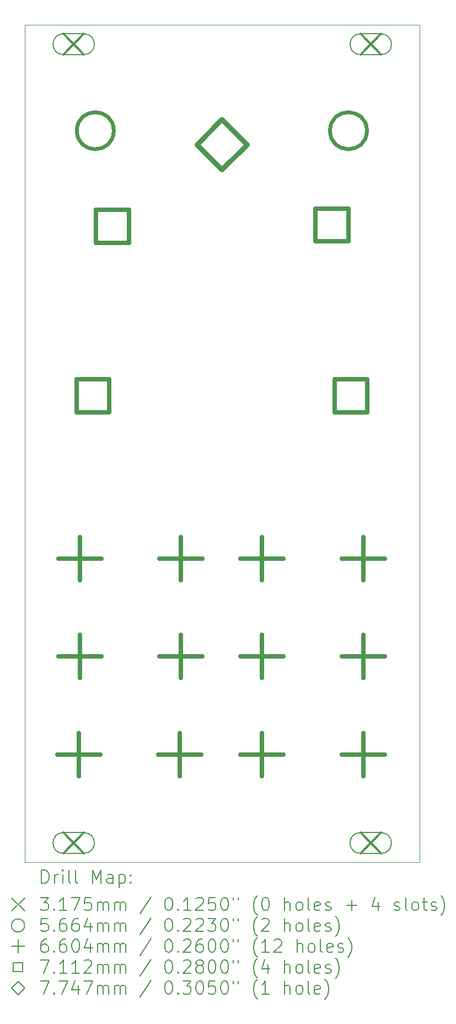
<source format=gbr>
%TF.GenerationSoftware,KiCad,Pcbnew,7.0.6-0*%
%TF.CreationDate,2024-04-10T15:20:05-07:00*%
%TF.ProjectId,Sampler-built,53616d70-6c65-4722-9d62-75696c742e6b,rev?*%
%TF.SameCoordinates,PXb71b00PY73f50f0*%
%TF.FileFunction,Drillmap*%
%TF.FilePolarity,Positive*%
%FSLAX45Y45*%
G04 Gerber Fmt 4.5, Leading zero omitted, Abs format (unit mm)*
G04 Created by KiCad (PCBNEW 7.0.6-0) date 2024-04-10 15:20:05*
%MOMM*%
%LPD*%
G01*
G04 APERTURE LIST*
%ADD10C,0.100000*%
%ADD11C,0.200000*%
%ADD12C,0.317500*%
%ADD13C,0.566420*%
%ADD14C,0.660400*%
%ADD15C,0.711200*%
%ADD16C,0.774700*%
G04 APERTURE END LIST*
D10*
X18422500Y11491000D02*
X18422500Y-1359000D01*
X12362500Y11491000D02*
X12362500Y-1359000D01*
X12362500Y11491000D02*
X18422500Y11491000D01*
X12362500Y-1359000D02*
X18422500Y-1359000D01*
D11*
D12*
X12953050Y11350030D02*
X13270550Y11032530D01*
X13270550Y11350030D02*
X12953050Y11032530D01*
D11*
X12953050Y11032530D02*
X13270550Y11032530D01*
X13270550Y11032530D02*
G75*
G03*
X13270550Y11350030I0J158750D01*
G01*
X13270550Y11350030D02*
X12953050Y11350030D01*
X12953050Y11350030D02*
G75*
G03*
X12953050Y11032530I0J-158750D01*
G01*
D12*
X12953050Y-900530D02*
X13270550Y-1218030D01*
X13270550Y-900530D02*
X12953050Y-1218030D01*
D11*
X12953050Y-1218030D02*
X13270550Y-1218030D01*
X13270550Y-1218030D02*
G75*
G03*
X13270550Y-900530I0J158750D01*
G01*
X13270550Y-900530D02*
X12953050Y-900530D01*
X12953050Y-900530D02*
G75*
G03*
X12953050Y-1218030I0J-158750D01*
G01*
D12*
X17514450Y11350030D02*
X17831950Y11032530D01*
X17831950Y11350030D02*
X17514450Y11032530D01*
D11*
X17514450Y11032530D02*
X17831950Y11032530D01*
X17831950Y11032530D02*
G75*
G03*
X17831950Y11350030I0J158750D01*
G01*
X17831950Y11350030D02*
X17514450Y11350030D01*
X17514450Y11350030D02*
G75*
G03*
X17514450Y11032530I0J-158750D01*
G01*
D12*
X17514450Y-900530D02*
X17831950Y-1218030D01*
X17831950Y-900530D02*
X17514450Y-1218030D01*
D11*
X17514450Y-1218030D02*
X17831950Y-1218030D01*
X17831950Y-1218030D02*
G75*
G03*
X17831950Y-900530I0J158750D01*
G01*
X17831950Y-900530D02*
X17514450Y-900530D01*
X17514450Y-900530D02*
G75*
G03*
X17514450Y-1218030I0J-158750D01*
G01*
D13*
X13727345Y9864992D02*
G75*
G03*
X13727345Y9864992I-283210J0D01*
G01*
X17614545Y9864992D02*
G75*
G03*
X17614545Y9864992I-283210J0D01*
G01*
D14*
X13189915Y625636D02*
X13189915Y-34764D01*
X12859715Y295436D02*
X13520115Y295436D01*
X13206335Y3630192D02*
X13206335Y2969792D01*
X12876135Y3299992D02*
X13536535Y3299992D01*
X13206335Y2130192D02*
X13206335Y1469792D01*
X12876135Y1799992D02*
X13536535Y1799992D01*
X14739915Y625636D02*
X14739915Y-34764D01*
X14409715Y295436D02*
X15070115Y295436D01*
X14756335Y3630192D02*
X14756335Y2969792D01*
X14426135Y3299992D02*
X15086535Y3299992D01*
X14756335Y2130192D02*
X14756335Y1469792D01*
X14426135Y1799992D02*
X15086535Y1799992D01*
X16006335Y3630192D02*
X16006335Y2969792D01*
X15676135Y3299992D02*
X16336535Y3299992D01*
X16006335Y2130192D02*
X16006335Y1469792D01*
X15676135Y1799992D02*
X16336535Y1799992D01*
X16006335Y630192D02*
X16006335Y-30208D01*
X15676135Y299992D02*
X16336535Y299992D01*
X17559135Y3630192D02*
X17559135Y2969792D01*
X17228935Y3299992D02*
X17889335Y3299992D01*
X17559135Y2130192D02*
X17559135Y1469792D01*
X17228935Y1799992D02*
X17889335Y1799992D01*
X17559135Y630192D02*
X17559135Y-30208D01*
X17228935Y299992D02*
X17889335Y299992D01*
D15*
X13657785Y5548543D02*
X13657785Y6051442D01*
X13154886Y6051442D01*
X13154886Y5548543D01*
X13657785Y5548543D01*
X13957785Y8148543D02*
X13957785Y8651442D01*
X13454886Y8651442D01*
X13454886Y8148543D01*
X13957785Y8148543D01*
X17327450Y8166550D02*
X17327450Y8669450D01*
X16824550Y8669450D01*
X16824550Y8166550D01*
X17327450Y8166550D01*
X17620585Y5548543D02*
X17620585Y6051442D01*
X17117686Y6051442D01*
X17117686Y5548543D01*
X17620585Y5548543D01*
D16*
X15387335Y9267642D02*
X15774685Y9654992D01*
X15387335Y10042342D01*
X14999985Y9654992D01*
X15387335Y9267642D01*
D11*
X12618277Y-1675484D02*
X12618277Y-1475484D01*
X12618277Y-1475484D02*
X12665896Y-1475484D01*
X12665896Y-1475484D02*
X12694467Y-1485008D01*
X12694467Y-1485008D02*
X12713515Y-1504055D01*
X12713515Y-1504055D02*
X12723039Y-1523103D01*
X12723039Y-1523103D02*
X12732562Y-1561198D01*
X12732562Y-1561198D02*
X12732562Y-1589769D01*
X12732562Y-1589769D02*
X12723039Y-1627865D01*
X12723039Y-1627865D02*
X12713515Y-1646912D01*
X12713515Y-1646912D02*
X12694467Y-1665960D01*
X12694467Y-1665960D02*
X12665896Y-1675484D01*
X12665896Y-1675484D02*
X12618277Y-1675484D01*
X12818277Y-1675484D02*
X12818277Y-1542150D01*
X12818277Y-1580246D02*
X12827801Y-1561198D01*
X12827801Y-1561198D02*
X12837324Y-1551674D01*
X12837324Y-1551674D02*
X12856372Y-1542150D01*
X12856372Y-1542150D02*
X12875420Y-1542150D01*
X12942086Y-1675484D02*
X12942086Y-1542150D01*
X12942086Y-1475484D02*
X12932562Y-1485008D01*
X12932562Y-1485008D02*
X12942086Y-1494531D01*
X12942086Y-1494531D02*
X12951610Y-1485008D01*
X12951610Y-1485008D02*
X12942086Y-1475484D01*
X12942086Y-1475484D02*
X12942086Y-1494531D01*
X13065896Y-1675484D02*
X13046848Y-1665960D01*
X13046848Y-1665960D02*
X13037324Y-1646912D01*
X13037324Y-1646912D02*
X13037324Y-1475484D01*
X13170658Y-1675484D02*
X13151610Y-1665960D01*
X13151610Y-1665960D02*
X13142086Y-1646912D01*
X13142086Y-1646912D02*
X13142086Y-1475484D01*
X13399229Y-1675484D02*
X13399229Y-1475484D01*
X13399229Y-1475484D02*
X13465896Y-1618341D01*
X13465896Y-1618341D02*
X13532562Y-1475484D01*
X13532562Y-1475484D02*
X13532562Y-1675484D01*
X13713515Y-1675484D02*
X13713515Y-1570722D01*
X13713515Y-1570722D02*
X13703991Y-1551674D01*
X13703991Y-1551674D02*
X13684943Y-1542150D01*
X13684943Y-1542150D02*
X13646848Y-1542150D01*
X13646848Y-1542150D02*
X13627801Y-1551674D01*
X13713515Y-1665960D02*
X13694467Y-1675484D01*
X13694467Y-1675484D02*
X13646848Y-1675484D01*
X13646848Y-1675484D02*
X13627801Y-1665960D01*
X13627801Y-1665960D02*
X13618277Y-1646912D01*
X13618277Y-1646912D02*
X13618277Y-1627865D01*
X13618277Y-1627865D02*
X13627801Y-1608817D01*
X13627801Y-1608817D02*
X13646848Y-1599293D01*
X13646848Y-1599293D02*
X13694467Y-1599293D01*
X13694467Y-1599293D02*
X13713515Y-1589769D01*
X13808753Y-1542150D02*
X13808753Y-1742150D01*
X13808753Y-1551674D02*
X13827801Y-1542150D01*
X13827801Y-1542150D02*
X13865896Y-1542150D01*
X13865896Y-1542150D02*
X13884943Y-1551674D01*
X13884943Y-1551674D02*
X13894467Y-1561198D01*
X13894467Y-1561198D02*
X13903991Y-1580246D01*
X13903991Y-1580246D02*
X13903991Y-1637388D01*
X13903991Y-1637388D02*
X13894467Y-1656436D01*
X13894467Y-1656436D02*
X13884943Y-1665960D01*
X13884943Y-1665960D02*
X13865896Y-1675484D01*
X13865896Y-1675484D02*
X13827801Y-1675484D01*
X13827801Y-1675484D02*
X13808753Y-1665960D01*
X13989705Y-1656436D02*
X13999229Y-1665960D01*
X13999229Y-1665960D02*
X13989705Y-1675484D01*
X13989705Y-1675484D02*
X13980182Y-1665960D01*
X13980182Y-1665960D02*
X13989705Y-1656436D01*
X13989705Y-1656436D02*
X13989705Y-1675484D01*
X13989705Y-1551674D02*
X13999229Y-1561198D01*
X13999229Y-1561198D02*
X13989705Y-1570722D01*
X13989705Y-1570722D02*
X13980182Y-1561198D01*
X13980182Y-1561198D02*
X13989705Y-1551674D01*
X13989705Y-1551674D02*
X13989705Y-1570722D01*
X12157500Y-1904000D02*
X12357500Y-2104000D01*
X12357500Y-1904000D02*
X12157500Y-2104000D01*
X12599229Y-1895484D02*
X12723039Y-1895484D01*
X12723039Y-1895484D02*
X12656372Y-1971674D01*
X12656372Y-1971674D02*
X12684943Y-1971674D01*
X12684943Y-1971674D02*
X12703991Y-1981198D01*
X12703991Y-1981198D02*
X12713515Y-1990722D01*
X12713515Y-1990722D02*
X12723039Y-2009769D01*
X12723039Y-2009769D02*
X12723039Y-2057388D01*
X12723039Y-2057388D02*
X12713515Y-2076436D01*
X12713515Y-2076436D02*
X12703991Y-2085960D01*
X12703991Y-2085960D02*
X12684943Y-2095484D01*
X12684943Y-2095484D02*
X12627801Y-2095484D01*
X12627801Y-2095484D02*
X12608753Y-2085960D01*
X12608753Y-2085960D02*
X12599229Y-2076436D01*
X12808753Y-2076436D02*
X12818277Y-2085960D01*
X12818277Y-2085960D02*
X12808753Y-2095484D01*
X12808753Y-2095484D02*
X12799229Y-2085960D01*
X12799229Y-2085960D02*
X12808753Y-2076436D01*
X12808753Y-2076436D02*
X12808753Y-2095484D01*
X13008753Y-2095484D02*
X12894467Y-2095484D01*
X12951610Y-2095484D02*
X12951610Y-1895484D01*
X12951610Y-1895484D02*
X12932562Y-1924055D01*
X12932562Y-1924055D02*
X12913515Y-1943103D01*
X12913515Y-1943103D02*
X12894467Y-1952627D01*
X13075420Y-1895484D02*
X13208753Y-1895484D01*
X13208753Y-1895484D02*
X13123039Y-2095484D01*
X13380182Y-1895484D02*
X13284943Y-1895484D01*
X13284943Y-1895484D02*
X13275420Y-1990722D01*
X13275420Y-1990722D02*
X13284943Y-1981198D01*
X13284943Y-1981198D02*
X13303991Y-1971674D01*
X13303991Y-1971674D02*
X13351610Y-1971674D01*
X13351610Y-1971674D02*
X13370658Y-1981198D01*
X13370658Y-1981198D02*
X13380182Y-1990722D01*
X13380182Y-1990722D02*
X13389705Y-2009769D01*
X13389705Y-2009769D02*
X13389705Y-2057388D01*
X13389705Y-2057388D02*
X13380182Y-2076436D01*
X13380182Y-2076436D02*
X13370658Y-2085960D01*
X13370658Y-2085960D02*
X13351610Y-2095484D01*
X13351610Y-2095484D02*
X13303991Y-2095484D01*
X13303991Y-2095484D02*
X13284943Y-2085960D01*
X13284943Y-2085960D02*
X13275420Y-2076436D01*
X13475420Y-2095484D02*
X13475420Y-1962150D01*
X13475420Y-1981198D02*
X13484943Y-1971674D01*
X13484943Y-1971674D02*
X13503991Y-1962150D01*
X13503991Y-1962150D02*
X13532563Y-1962150D01*
X13532563Y-1962150D02*
X13551610Y-1971674D01*
X13551610Y-1971674D02*
X13561134Y-1990722D01*
X13561134Y-1990722D02*
X13561134Y-2095484D01*
X13561134Y-1990722D02*
X13570658Y-1971674D01*
X13570658Y-1971674D02*
X13589705Y-1962150D01*
X13589705Y-1962150D02*
X13618277Y-1962150D01*
X13618277Y-1962150D02*
X13637324Y-1971674D01*
X13637324Y-1971674D02*
X13646848Y-1990722D01*
X13646848Y-1990722D02*
X13646848Y-2095484D01*
X13742086Y-2095484D02*
X13742086Y-1962150D01*
X13742086Y-1981198D02*
X13751610Y-1971674D01*
X13751610Y-1971674D02*
X13770658Y-1962150D01*
X13770658Y-1962150D02*
X13799229Y-1962150D01*
X13799229Y-1962150D02*
X13818277Y-1971674D01*
X13818277Y-1971674D02*
X13827801Y-1990722D01*
X13827801Y-1990722D02*
X13827801Y-2095484D01*
X13827801Y-1990722D02*
X13837324Y-1971674D01*
X13837324Y-1971674D02*
X13856372Y-1962150D01*
X13856372Y-1962150D02*
X13884943Y-1962150D01*
X13884943Y-1962150D02*
X13903991Y-1971674D01*
X13903991Y-1971674D02*
X13913515Y-1990722D01*
X13913515Y-1990722D02*
X13913515Y-2095484D01*
X14303991Y-1885960D02*
X14132563Y-2143103D01*
X14561134Y-1895484D02*
X14580182Y-1895484D01*
X14580182Y-1895484D02*
X14599229Y-1905008D01*
X14599229Y-1905008D02*
X14608753Y-1914531D01*
X14608753Y-1914531D02*
X14618277Y-1933579D01*
X14618277Y-1933579D02*
X14627801Y-1971674D01*
X14627801Y-1971674D02*
X14627801Y-2019293D01*
X14627801Y-2019293D02*
X14618277Y-2057388D01*
X14618277Y-2057388D02*
X14608753Y-2076436D01*
X14608753Y-2076436D02*
X14599229Y-2085960D01*
X14599229Y-2085960D02*
X14580182Y-2095484D01*
X14580182Y-2095484D02*
X14561134Y-2095484D01*
X14561134Y-2095484D02*
X14542086Y-2085960D01*
X14542086Y-2085960D02*
X14532563Y-2076436D01*
X14532563Y-2076436D02*
X14523039Y-2057388D01*
X14523039Y-2057388D02*
X14513515Y-2019293D01*
X14513515Y-2019293D02*
X14513515Y-1971674D01*
X14513515Y-1971674D02*
X14523039Y-1933579D01*
X14523039Y-1933579D02*
X14532563Y-1914531D01*
X14532563Y-1914531D02*
X14542086Y-1905008D01*
X14542086Y-1905008D02*
X14561134Y-1895484D01*
X14713515Y-2076436D02*
X14723039Y-2085960D01*
X14723039Y-2085960D02*
X14713515Y-2095484D01*
X14713515Y-2095484D02*
X14703991Y-2085960D01*
X14703991Y-2085960D02*
X14713515Y-2076436D01*
X14713515Y-2076436D02*
X14713515Y-2095484D01*
X14913515Y-2095484D02*
X14799229Y-2095484D01*
X14856372Y-2095484D02*
X14856372Y-1895484D01*
X14856372Y-1895484D02*
X14837325Y-1924055D01*
X14837325Y-1924055D02*
X14818277Y-1943103D01*
X14818277Y-1943103D02*
X14799229Y-1952627D01*
X14989706Y-1914531D02*
X14999229Y-1905008D01*
X14999229Y-1905008D02*
X15018277Y-1895484D01*
X15018277Y-1895484D02*
X15065896Y-1895484D01*
X15065896Y-1895484D02*
X15084944Y-1905008D01*
X15084944Y-1905008D02*
X15094467Y-1914531D01*
X15094467Y-1914531D02*
X15103991Y-1933579D01*
X15103991Y-1933579D02*
X15103991Y-1952627D01*
X15103991Y-1952627D02*
X15094467Y-1981198D01*
X15094467Y-1981198D02*
X14980182Y-2095484D01*
X14980182Y-2095484D02*
X15103991Y-2095484D01*
X15284944Y-1895484D02*
X15189706Y-1895484D01*
X15189706Y-1895484D02*
X15180182Y-1990722D01*
X15180182Y-1990722D02*
X15189706Y-1981198D01*
X15189706Y-1981198D02*
X15208753Y-1971674D01*
X15208753Y-1971674D02*
X15256372Y-1971674D01*
X15256372Y-1971674D02*
X15275420Y-1981198D01*
X15275420Y-1981198D02*
X15284944Y-1990722D01*
X15284944Y-1990722D02*
X15294467Y-2009769D01*
X15294467Y-2009769D02*
X15294467Y-2057388D01*
X15294467Y-2057388D02*
X15284944Y-2076436D01*
X15284944Y-2076436D02*
X15275420Y-2085960D01*
X15275420Y-2085960D02*
X15256372Y-2095484D01*
X15256372Y-2095484D02*
X15208753Y-2095484D01*
X15208753Y-2095484D02*
X15189706Y-2085960D01*
X15189706Y-2085960D02*
X15180182Y-2076436D01*
X15418277Y-1895484D02*
X15437325Y-1895484D01*
X15437325Y-1895484D02*
X15456372Y-1905008D01*
X15456372Y-1905008D02*
X15465896Y-1914531D01*
X15465896Y-1914531D02*
X15475420Y-1933579D01*
X15475420Y-1933579D02*
X15484944Y-1971674D01*
X15484944Y-1971674D02*
X15484944Y-2019293D01*
X15484944Y-2019293D02*
X15475420Y-2057388D01*
X15475420Y-2057388D02*
X15465896Y-2076436D01*
X15465896Y-2076436D02*
X15456372Y-2085960D01*
X15456372Y-2085960D02*
X15437325Y-2095484D01*
X15437325Y-2095484D02*
X15418277Y-2095484D01*
X15418277Y-2095484D02*
X15399229Y-2085960D01*
X15399229Y-2085960D02*
X15389706Y-2076436D01*
X15389706Y-2076436D02*
X15380182Y-2057388D01*
X15380182Y-2057388D02*
X15370658Y-2019293D01*
X15370658Y-2019293D02*
X15370658Y-1971674D01*
X15370658Y-1971674D02*
X15380182Y-1933579D01*
X15380182Y-1933579D02*
X15389706Y-1914531D01*
X15389706Y-1914531D02*
X15399229Y-1905008D01*
X15399229Y-1905008D02*
X15418277Y-1895484D01*
X15561134Y-1895484D02*
X15561134Y-1933579D01*
X15637325Y-1895484D02*
X15637325Y-1933579D01*
X15932563Y-2171674D02*
X15923039Y-2162150D01*
X15923039Y-2162150D02*
X15903991Y-2133579D01*
X15903991Y-2133579D02*
X15894468Y-2114531D01*
X15894468Y-2114531D02*
X15884944Y-2085960D01*
X15884944Y-2085960D02*
X15875420Y-2038341D01*
X15875420Y-2038341D02*
X15875420Y-2000246D01*
X15875420Y-2000246D02*
X15884944Y-1952627D01*
X15884944Y-1952627D02*
X15894468Y-1924055D01*
X15894468Y-1924055D02*
X15903991Y-1905008D01*
X15903991Y-1905008D02*
X15923039Y-1876436D01*
X15923039Y-1876436D02*
X15932563Y-1866912D01*
X16046848Y-1895484D02*
X16065896Y-1895484D01*
X16065896Y-1895484D02*
X16084944Y-1905008D01*
X16084944Y-1905008D02*
X16094468Y-1914531D01*
X16094468Y-1914531D02*
X16103991Y-1933579D01*
X16103991Y-1933579D02*
X16113515Y-1971674D01*
X16113515Y-1971674D02*
X16113515Y-2019293D01*
X16113515Y-2019293D02*
X16103991Y-2057388D01*
X16103991Y-2057388D02*
X16094468Y-2076436D01*
X16094468Y-2076436D02*
X16084944Y-2085960D01*
X16084944Y-2085960D02*
X16065896Y-2095484D01*
X16065896Y-2095484D02*
X16046848Y-2095484D01*
X16046848Y-2095484D02*
X16027801Y-2085960D01*
X16027801Y-2085960D02*
X16018277Y-2076436D01*
X16018277Y-2076436D02*
X16008753Y-2057388D01*
X16008753Y-2057388D02*
X15999229Y-2019293D01*
X15999229Y-2019293D02*
X15999229Y-1971674D01*
X15999229Y-1971674D02*
X16008753Y-1933579D01*
X16008753Y-1933579D02*
X16018277Y-1914531D01*
X16018277Y-1914531D02*
X16027801Y-1905008D01*
X16027801Y-1905008D02*
X16046848Y-1895484D01*
X16351610Y-2095484D02*
X16351610Y-1895484D01*
X16437325Y-2095484D02*
X16437325Y-1990722D01*
X16437325Y-1990722D02*
X16427801Y-1971674D01*
X16427801Y-1971674D02*
X16408753Y-1962150D01*
X16408753Y-1962150D02*
X16380182Y-1962150D01*
X16380182Y-1962150D02*
X16361134Y-1971674D01*
X16361134Y-1971674D02*
X16351610Y-1981198D01*
X16561134Y-2095484D02*
X16542087Y-2085960D01*
X16542087Y-2085960D02*
X16532563Y-2076436D01*
X16532563Y-2076436D02*
X16523039Y-2057388D01*
X16523039Y-2057388D02*
X16523039Y-2000246D01*
X16523039Y-2000246D02*
X16532563Y-1981198D01*
X16532563Y-1981198D02*
X16542087Y-1971674D01*
X16542087Y-1971674D02*
X16561134Y-1962150D01*
X16561134Y-1962150D02*
X16589706Y-1962150D01*
X16589706Y-1962150D02*
X16608753Y-1971674D01*
X16608753Y-1971674D02*
X16618277Y-1981198D01*
X16618277Y-1981198D02*
X16627801Y-2000246D01*
X16627801Y-2000246D02*
X16627801Y-2057388D01*
X16627801Y-2057388D02*
X16618277Y-2076436D01*
X16618277Y-2076436D02*
X16608753Y-2085960D01*
X16608753Y-2085960D02*
X16589706Y-2095484D01*
X16589706Y-2095484D02*
X16561134Y-2095484D01*
X16742087Y-2095484D02*
X16723039Y-2085960D01*
X16723039Y-2085960D02*
X16713515Y-2066912D01*
X16713515Y-2066912D02*
X16713515Y-1895484D01*
X16894468Y-2085960D02*
X16875420Y-2095484D01*
X16875420Y-2095484D02*
X16837325Y-2095484D01*
X16837325Y-2095484D02*
X16818277Y-2085960D01*
X16818277Y-2085960D02*
X16808753Y-2066912D01*
X16808753Y-2066912D02*
X16808753Y-1990722D01*
X16808753Y-1990722D02*
X16818277Y-1971674D01*
X16818277Y-1971674D02*
X16837325Y-1962150D01*
X16837325Y-1962150D02*
X16875420Y-1962150D01*
X16875420Y-1962150D02*
X16894468Y-1971674D01*
X16894468Y-1971674D02*
X16903992Y-1990722D01*
X16903992Y-1990722D02*
X16903992Y-2009769D01*
X16903992Y-2009769D02*
X16808753Y-2028817D01*
X16980182Y-2085960D02*
X16999230Y-2095484D01*
X16999230Y-2095484D02*
X17037325Y-2095484D01*
X17037325Y-2095484D02*
X17056373Y-2085960D01*
X17056373Y-2085960D02*
X17065896Y-2066912D01*
X17065896Y-2066912D02*
X17065896Y-2057388D01*
X17065896Y-2057388D02*
X17056373Y-2038341D01*
X17056373Y-2038341D02*
X17037325Y-2028817D01*
X17037325Y-2028817D02*
X17008753Y-2028817D01*
X17008753Y-2028817D02*
X16989706Y-2019293D01*
X16989706Y-2019293D02*
X16980182Y-2000246D01*
X16980182Y-2000246D02*
X16980182Y-1990722D01*
X16980182Y-1990722D02*
X16989706Y-1971674D01*
X16989706Y-1971674D02*
X17008753Y-1962150D01*
X17008753Y-1962150D02*
X17037325Y-1962150D01*
X17037325Y-1962150D02*
X17056373Y-1971674D01*
X17303992Y-2019293D02*
X17456373Y-2019293D01*
X17380182Y-2095484D02*
X17380182Y-1943103D01*
X17789706Y-1962150D02*
X17789706Y-2095484D01*
X17742087Y-1885960D02*
X17694468Y-2028817D01*
X17694468Y-2028817D02*
X17818277Y-2028817D01*
X18037325Y-2085960D02*
X18056373Y-2095484D01*
X18056373Y-2095484D02*
X18094468Y-2095484D01*
X18094468Y-2095484D02*
X18113516Y-2085960D01*
X18113516Y-2085960D02*
X18123039Y-2066912D01*
X18123039Y-2066912D02*
X18123039Y-2057388D01*
X18123039Y-2057388D02*
X18113516Y-2038341D01*
X18113516Y-2038341D02*
X18094468Y-2028817D01*
X18094468Y-2028817D02*
X18065896Y-2028817D01*
X18065896Y-2028817D02*
X18046849Y-2019293D01*
X18046849Y-2019293D02*
X18037325Y-2000246D01*
X18037325Y-2000246D02*
X18037325Y-1990722D01*
X18037325Y-1990722D02*
X18046849Y-1971674D01*
X18046849Y-1971674D02*
X18065896Y-1962150D01*
X18065896Y-1962150D02*
X18094468Y-1962150D01*
X18094468Y-1962150D02*
X18113516Y-1971674D01*
X18237325Y-2095484D02*
X18218277Y-2085960D01*
X18218277Y-2085960D02*
X18208754Y-2066912D01*
X18208754Y-2066912D02*
X18208754Y-1895484D01*
X18342087Y-2095484D02*
X18323039Y-2085960D01*
X18323039Y-2085960D02*
X18313516Y-2076436D01*
X18313516Y-2076436D02*
X18303992Y-2057388D01*
X18303992Y-2057388D02*
X18303992Y-2000246D01*
X18303992Y-2000246D02*
X18313516Y-1981198D01*
X18313516Y-1981198D02*
X18323039Y-1971674D01*
X18323039Y-1971674D02*
X18342087Y-1962150D01*
X18342087Y-1962150D02*
X18370658Y-1962150D01*
X18370658Y-1962150D02*
X18389706Y-1971674D01*
X18389706Y-1971674D02*
X18399230Y-1981198D01*
X18399230Y-1981198D02*
X18408754Y-2000246D01*
X18408754Y-2000246D02*
X18408754Y-2057388D01*
X18408754Y-2057388D02*
X18399230Y-2076436D01*
X18399230Y-2076436D02*
X18389706Y-2085960D01*
X18389706Y-2085960D02*
X18370658Y-2095484D01*
X18370658Y-2095484D02*
X18342087Y-2095484D01*
X18465897Y-1962150D02*
X18542087Y-1962150D01*
X18494468Y-1895484D02*
X18494468Y-2066912D01*
X18494468Y-2066912D02*
X18503992Y-2085960D01*
X18503992Y-2085960D02*
X18523039Y-2095484D01*
X18523039Y-2095484D02*
X18542087Y-2095484D01*
X18599230Y-2085960D02*
X18618277Y-2095484D01*
X18618277Y-2095484D02*
X18656373Y-2095484D01*
X18656373Y-2095484D02*
X18675420Y-2085960D01*
X18675420Y-2085960D02*
X18684944Y-2066912D01*
X18684944Y-2066912D02*
X18684944Y-2057388D01*
X18684944Y-2057388D02*
X18675420Y-2038341D01*
X18675420Y-2038341D02*
X18656373Y-2028817D01*
X18656373Y-2028817D02*
X18627801Y-2028817D01*
X18627801Y-2028817D02*
X18608754Y-2019293D01*
X18608754Y-2019293D02*
X18599230Y-2000246D01*
X18599230Y-2000246D02*
X18599230Y-1990722D01*
X18599230Y-1990722D02*
X18608754Y-1971674D01*
X18608754Y-1971674D02*
X18627801Y-1962150D01*
X18627801Y-1962150D02*
X18656373Y-1962150D01*
X18656373Y-1962150D02*
X18675420Y-1971674D01*
X18751611Y-2171674D02*
X18761135Y-2162150D01*
X18761135Y-2162150D02*
X18780182Y-2133579D01*
X18780182Y-2133579D02*
X18789706Y-2114531D01*
X18789706Y-2114531D02*
X18799230Y-2085960D01*
X18799230Y-2085960D02*
X18808754Y-2038341D01*
X18808754Y-2038341D02*
X18808754Y-2000246D01*
X18808754Y-2000246D02*
X18799230Y-1952627D01*
X18799230Y-1952627D02*
X18789706Y-1924055D01*
X18789706Y-1924055D02*
X18780182Y-1905008D01*
X18780182Y-1905008D02*
X18761135Y-1876436D01*
X18761135Y-1876436D02*
X18751611Y-1866912D01*
X12357500Y-2324000D02*
G75*
G03*
X12357500Y-2324000I-100000J0D01*
G01*
X12713515Y-2215484D02*
X12618277Y-2215484D01*
X12618277Y-2215484D02*
X12608753Y-2310722D01*
X12608753Y-2310722D02*
X12618277Y-2301198D01*
X12618277Y-2301198D02*
X12637324Y-2291674D01*
X12637324Y-2291674D02*
X12684943Y-2291674D01*
X12684943Y-2291674D02*
X12703991Y-2301198D01*
X12703991Y-2301198D02*
X12713515Y-2310722D01*
X12713515Y-2310722D02*
X12723039Y-2329770D01*
X12723039Y-2329770D02*
X12723039Y-2377389D01*
X12723039Y-2377389D02*
X12713515Y-2396436D01*
X12713515Y-2396436D02*
X12703991Y-2405960D01*
X12703991Y-2405960D02*
X12684943Y-2415484D01*
X12684943Y-2415484D02*
X12637324Y-2415484D01*
X12637324Y-2415484D02*
X12618277Y-2405960D01*
X12618277Y-2405960D02*
X12608753Y-2396436D01*
X12808753Y-2396436D02*
X12818277Y-2405960D01*
X12818277Y-2405960D02*
X12808753Y-2415484D01*
X12808753Y-2415484D02*
X12799229Y-2405960D01*
X12799229Y-2405960D02*
X12808753Y-2396436D01*
X12808753Y-2396436D02*
X12808753Y-2415484D01*
X12989705Y-2215484D02*
X12951610Y-2215484D01*
X12951610Y-2215484D02*
X12932562Y-2225008D01*
X12932562Y-2225008D02*
X12923039Y-2234531D01*
X12923039Y-2234531D02*
X12903991Y-2263103D01*
X12903991Y-2263103D02*
X12894467Y-2301198D01*
X12894467Y-2301198D02*
X12894467Y-2377389D01*
X12894467Y-2377389D02*
X12903991Y-2396436D01*
X12903991Y-2396436D02*
X12913515Y-2405960D01*
X12913515Y-2405960D02*
X12932562Y-2415484D01*
X12932562Y-2415484D02*
X12970658Y-2415484D01*
X12970658Y-2415484D02*
X12989705Y-2405960D01*
X12989705Y-2405960D02*
X12999229Y-2396436D01*
X12999229Y-2396436D02*
X13008753Y-2377389D01*
X13008753Y-2377389D02*
X13008753Y-2329770D01*
X13008753Y-2329770D02*
X12999229Y-2310722D01*
X12999229Y-2310722D02*
X12989705Y-2301198D01*
X12989705Y-2301198D02*
X12970658Y-2291674D01*
X12970658Y-2291674D02*
X12932562Y-2291674D01*
X12932562Y-2291674D02*
X12913515Y-2301198D01*
X12913515Y-2301198D02*
X12903991Y-2310722D01*
X12903991Y-2310722D02*
X12894467Y-2329770D01*
X13180182Y-2215484D02*
X13142086Y-2215484D01*
X13142086Y-2215484D02*
X13123039Y-2225008D01*
X13123039Y-2225008D02*
X13113515Y-2234531D01*
X13113515Y-2234531D02*
X13094467Y-2263103D01*
X13094467Y-2263103D02*
X13084943Y-2301198D01*
X13084943Y-2301198D02*
X13084943Y-2377389D01*
X13084943Y-2377389D02*
X13094467Y-2396436D01*
X13094467Y-2396436D02*
X13103991Y-2405960D01*
X13103991Y-2405960D02*
X13123039Y-2415484D01*
X13123039Y-2415484D02*
X13161134Y-2415484D01*
X13161134Y-2415484D02*
X13180182Y-2405960D01*
X13180182Y-2405960D02*
X13189705Y-2396436D01*
X13189705Y-2396436D02*
X13199229Y-2377389D01*
X13199229Y-2377389D02*
X13199229Y-2329770D01*
X13199229Y-2329770D02*
X13189705Y-2310722D01*
X13189705Y-2310722D02*
X13180182Y-2301198D01*
X13180182Y-2301198D02*
X13161134Y-2291674D01*
X13161134Y-2291674D02*
X13123039Y-2291674D01*
X13123039Y-2291674D02*
X13103991Y-2301198D01*
X13103991Y-2301198D02*
X13094467Y-2310722D01*
X13094467Y-2310722D02*
X13084943Y-2329770D01*
X13370658Y-2282150D02*
X13370658Y-2415484D01*
X13323039Y-2205960D02*
X13275420Y-2348817D01*
X13275420Y-2348817D02*
X13399229Y-2348817D01*
X13475420Y-2415484D02*
X13475420Y-2282150D01*
X13475420Y-2301198D02*
X13484943Y-2291674D01*
X13484943Y-2291674D02*
X13503991Y-2282150D01*
X13503991Y-2282150D02*
X13532563Y-2282150D01*
X13532563Y-2282150D02*
X13551610Y-2291674D01*
X13551610Y-2291674D02*
X13561134Y-2310722D01*
X13561134Y-2310722D02*
X13561134Y-2415484D01*
X13561134Y-2310722D02*
X13570658Y-2291674D01*
X13570658Y-2291674D02*
X13589705Y-2282150D01*
X13589705Y-2282150D02*
X13618277Y-2282150D01*
X13618277Y-2282150D02*
X13637324Y-2291674D01*
X13637324Y-2291674D02*
X13646848Y-2310722D01*
X13646848Y-2310722D02*
X13646848Y-2415484D01*
X13742086Y-2415484D02*
X13742086Y-2282150D01*
X13742086Y-2301198D02*
X13751610Y-2291674D01*
X13751610Y-2291674D02*
X13770658Y-2282150D01*
X13770658Y-2282150D02*
X13799229Y-2282150D01*
X13799229Y-2282150D02*
X13818277Y-2291674D01*
X13818277Y-2291674D02*
X13827801Y-2310722D01*
X13827801Y-2310722D02*
X13827801Y-2415484D01*
X13827801Y-2310722D02*
X13837324Y-2291674D01*
X13837324Y-2291674D02*
X13856372Y-2282150D01*
X13856372Y-2282150D02*
X13884943Y-2282150D01*
X13884943Y-2282150D02*
X13903991Y-2291674D01*
X13903991Y-2291674D02*
X13913515Y-2310722D01*
X13913515Y-2310722D02*
X13913515Y-2415484D01*
X14303991Y-2205960D02*
X14132563Y-2463103D01*
X14561134Y-2215484D02*
X14580182Y-2215484D01*
X14580182Y-2215484D02*
X14599229Y-2225008D01*
X14599229Y-2225008D02*
X14608753Y-2234531D01*
X14608753Y-2234531D02*
X14618277Y-2253579D01*
X14618277Y-2253579D02*
X14627801Y-2291674D01*
X14627801Y-2291674D02*
X14627801Y-2339293D01*
X14627801Y-2339293D02*
X14618277Y-2377389D01*
X14618277Y-2377389D02*
X14608753Y-2396436D01*
X14608753Y-2396436D02*
X14599229Y-2405960D01*
X14599229Y-2405960D02*
X14580182Y-2415484D01*
X14580182Y-2415484D02*
X14561134Y-2415484D01*
X14561134Y-2415484D02*
X14542086Y-2405960D01*
X14542086Y-2405960D02*
X14532563Y-2396436D01*
X14532563Y-2396436D02*
X14523039Y-2377389D01*
X14523039Y-2377389D02*
X14513515Y-2339293D01*
X14513515Y-2339293D02*
X14513515Y-2291674D01*
X14513515Y-2291674D02*
X14523039Y-2253579D01*
X14523039Y-2253579D02*
X14532563Y-2234531D01*
X14532563Y-2234531D02*
X14542086Y-2225008D01*
X14542086Y-2225008D02*
X14561134Y-2215484D01*
X14713515Y-2396436D02*
X14723039Y-2405960D01*
X14723039Y-2405960D02*
X14713515Y-2415484D01*
X14713515Y-2415484D02*
X14703991Y-2405960D01*
X14703991Y-2405960D02*
X14713515Y-2396436D01*
X14713515Y-2396436D02*
X14713515Y-2415484D01*
X14799229Y-2234531D02*
X14808753Y-2225008D01*
X14808753Y-2225008D02*
X14827801Y-2215484D01*
X14827801Y-2215484D02*
X14875420Y-2215484D01*
X14875420Y-2215484D02*
X14894467Y-2225008D01*
X14894467Y-2225008D02*
X14903991Y-2234531D01*
X14903991Y-2234531D02*
X14913515Y-2253579D01*
X14913515Y-2253579D02*
X14913515Y-2272627D01*
X14913515Y-2272627D02*
X14903991Y-2301198D01*
X14903991Y-2301198D02*
X14789706Y-2415484D01*
X14789706Y-2415484D02*
X14913515Y-2415484D01*
X14989706Y-2234531D02*
X14999229Y-2225008D01*
X14999229Y-2225008D02*
X15018277Y-2215484D01*
X15018277Y-2215484D02*
X15065896Y-2215484D01*
X15065896Y-2215484D02*
X15084944Y-2225008D01*
X15084944Y-2225008D02*
X15094467Y-2234531D01*
X15094467Y-2234531D02*
X15103991Y-2253579D01*
X15103991Y-2253579D02*
X15103991Y-2272627D01*
X15103991Y-2272627D02*
X15094467Y-2301198D01*
X15094467Y-2301198D02*
X14980182Y-2415484D01*
X14980182Y-2415484D02*
X15103991Y-2415484D01*
X15170658Y-2215484D02*
X15294467Y-2215484D01*
X15294467Y-2215484D02*
X15227801Y-2291674D01*
X15227801Y-2291674D02*
X15256372Y-2291674D01*
X15256372Y-2291674D02*
X15275420Y-2301198D01*
X15275420Y-2301198D02*
X15284944Y-2310722D01*
X15284944Y-2310722D02*
X15294467Y-2329770D01*
X15294467Y-2329770D02*
X15294467Y-2377389D01*
X15294467Y-2377389D02*
X15284944Y-2396436D01*
X15284944Y-2396436D02*
X15275420Y-2405960D01*
X15275420Y-2405960D02*
X15256372Y-2415484D01*
X15256372Y-2415484D02*
X15199229Y-2415484D01*
X15199229Y-2415484D02*
X15180182Y-2405960D01*
X15180182Y-2405960D02*
X15170658Y-2396436D01*
X15418277Y-2215484D02*
X15437325Y-2215484D01*
X15437325Y-2215484D02*
X15456372Y-2225008D01*
X15456372Y-2225008D02*
X15465896Y-2234531D01*
X15465896Y-2234531D02*
X15475420Y-2253579D01*
X15475420Y-2253579D02*
X15484944Y-2291674D01*
X15484944Y-2291674D02*
X15484944Y-2339293D01*
X15484944Y-2339293D02*
X15475420Y-2377389D01*
X15475420Y-2377389D02*
X15465896Y-2396436D01*
X15465896Y-2396436D02*
X15456372Y-2405960D01*
X15456372Y-2405960D02*
X15437325Y-2415484D01*
X15437325Y-2415484D02*
X15418277Y-2415484D01*
X15418277Y-2415484D02*
X15399229Y-2405960D01*
X15399229Y-2405960D02*
X15389706Y-2396436D01*
X15389706Y-2396436D02*
X15380182Y-2377389D01*
X15380182Y-2377389D02*
X15370658Y-2339293D01*
X15370658Y-2339293D02*
X15370658Y-2291674D01*
X15370658Y-2291674D02*
X15380182Y-2253579D01*
X15380182Y-2253579D02*
X15389706Y-2234531D01*
X15389706Y-2234531D02*
X15399229Y-2225008D01*
X15399229Y-2225008D02*
X15418277Y-2215484D01*
X15561134Y-2215484D02*
X15561134Y-2253579D01*
X15637325Y-2215484D02*
X15637325Y-2253579D01*
X15932563Y-2491674D02*
X15923039Y-2482150D01*
X15923039Y-2482150D02*
X15903991Y-2453579D01*
X15903991Y-2453579D02*
X15894468Y-2434531D01*
X15894468Y-2434531D02*
X15884944Y-2405960D01*
X15884944Y-2405960D02*
X15875420Y-2358341D01*
X15875420Y-2358341D02*
X15875420Y-2320246D01*
X15875420Y-2320246D02*
X15884944Y-2272627D01*
X15884944Y-2272627D02*
X15894468Y-2244055D01*
X15894468Y-2244055D02*
X15903991Y-2225008D01*
X15903991Y-2225008D02*
X15923039Y-2196436D01*
X15923039Y-2196436D02*
X15932563Y-2186912D01*
X15999229Y-2234531D02*
X16008753Y-2225008D01*
X16008753Y-2225008D02*
X16027801Y-2215484D01*
X16027801Y-2215484D02*
X16075420Y-2215484D01*
X16075420Y-2215484D02*
X16094468Y-2225008D01*
X16094468Y-2225008D02*
X16103991Y-2234531D01*
X16103991Y-2234531D02*
X16113515Y-2253579D01*
X16113515Y-2253579D02*
X16113515Y-2272627D01*
X16113515Y-2272627D02*
X16103991Y-2301198D01*
X16103991Y-2301198D02*
X15989706Y-2415484D01*
X15989706Y-2415484D02*
X16113515Y-2415484D01*
X16351610Y-2415484D02*
X16351610Y-2215484D01*
X16437325Y-2415484D02*
X16437325Y-2310722D01*
X16437325Y-2310722D02*
X16427801Y-2291674D01*
X16427801Y-2291674D02*
X16408753Y-2282150D01*
X16408753Y-2282150D02*
X16380182Y-2282150D01*
X16380182Y-2282150D02*
X16361134Y-2291674D01*
X16361134Y-2291674D02*
X16351610Y-2301198D01*
X16561134Y-2415484D02*
X16542087Y-2405960D01*
X16542087Y-2405960D02*
X16532563Y-2396436D01*
X16532563Y-2396436D02*
X16523039Y-2377389D01*
X16523039Y-2377389D02*
X16523039Y-2320246D01*
X16523039Y-2320246D02*
X16532563Y-2301198D01*
X16532563Y-2301198D02*
X16542087Y-2291674D01*
X16542087Y-2291674D02*
X16561134Y-2282150D01*
X16561134Y-2282150D02*
X16589706Y-2282150D01*
X16589706Y-2282150D02*
X16608753Y-2291674D01*
X16608753Y-2291674D02*
X16618277Y-2301198D01*
X16618277Y-2301198D02*
X16627801Y-2320246D01*
X16627801Y-2320246D02*
X16627801Y-2377389D01*
X16627801Y-2377389D02*
X16618277Y-2396436D01*
X16618277Y-2396436D02*
X16608753Y-2405960D01*
X16608753Y-2405960D02*
X16589706Y-2415484D01*
X16589706Y-2415484D02*
X16561134Y-2415484D01*
X16742087Y-2415484D02*
X16723039Y-2405960D01*
X16723039Y-2405960D02*
X16713515Y-2386912D01*
X16713515Y-2386912D02*
X16713515Y-2215484D01*
X16894468Y-2405960D02*
X16875420Y-2415484D01*
X16875420Y-2415484D02*
X16837325Y-2415484D01*
X16837325Y-2415484D02*
X16818277Y-2405960D01*
X16818277Y-2405960D02*
X16808753Y-2386912D01*
X16808753Y-2386912D02*
X16808753Y-2310722D01*
X16808753Y-2310722D02*
X16818277Y-2291674D01*
X16818277Y-2291674D02*
X16837325Y-2282150D01*
X16837325Y-2282150D02*
X16875420Y-2282150D01*
X16875420Y-2282150D02*
X16894468Y-2291674D01*
X16894468Y-2291674D02*
X16903992Y-2310722D01*
X16903992Y-2310722D02*
X16903992Y-2329770D01*
X16903992Y-2329770D02*
X16808753Y-2348817D01*
X16980182Y-2405960D02*
X16999230Y-2415484D01*
X16999230Y-2415484D02*
X17037325Y-2415484D01*
X17037325Y-2415484D02*
X17056373Y-2405960D01*
X17056373Y-2405960D02*
X17065896Y-2386912D01*
X17065896Y-2386912D02*
X17065896Y-2377389D01*
X17065896Y-2377389D02*
X17056373Y-2358341D01*
X17056373Y-2358341D02*
X17037325Y-2348817D01*
X17037325Y-2348817D02*
X17008753Y-2348817D01*
X17008753Y-2348817D02*
X16989706Y-2339293D01*
X16989706Y-2339293D02*
X16980182Y-2320246D01*
X16980182Y-2320246D02*
X16980182Y-2310722D01*
X16980182Y-2310722D02*
X16989706Y-2291674D01*
X16989706Y-2291674D02*
X17008753Y-2282150D01*
X17008753Y-2282150D02*
X17037325Y-2282150D01*
X17037325Y-2282150D02*
X17056373Y-2291674D01*
X17132563Y-2491674D02*
X17142087Y-2482150D01*
X17142087Y-2482150D02*
X17161134Y-2453579D01*
X17161134Y-2453579D02*
X17170658Y-2434531D01*
X17170658Y-2434531D02*
X17180182Y-2405960D01*
X17180182Y-2405960D02*
X17189706Y-2358341D01*
X17189706Y-2358341D02*
X17189706Y-2320246D01*
X17189706Y-2320246D02*
X17180182Y-2272627D01*
X17180182Y-2272627D02*
X17170658Y-2244055D01*
X17170658Y-2244055D02*
X17161134Y-2225008D01*
X17161134Y-2225008D02*
X17142087Y-2196436D01*
X17142087Y-2196436D02*
X17132563Y-2186912D01*
X12257500Y-2544000D02*
X12257500Y-2744000D01*
X12157500Y-2644000D02*
X12357500Y-2644000D01*
X12703991Y-2535484D02*
X12665896Y-2535484D01*
X12665896Y-2535484D02*
X12646848Y-2545008D01*
X12646848Y-2545008D02*
X12637324Y-2554531D01*
X12637324Y-2554531D02*
X12618277Y-2583103D01*
X12618277Y-2583103D02*
X12608753Y-2621198D01*
X12608753Y-2621198D02*
X12608753Y-2697389D01*
X12608753Y-2697389D02*
X12618277Y-2716436D01*
X12618277Y-2716436D02*
X12627801Y-2725960D01*
X12627801Y-2725960D02*
X12646848Y-2735484D01*
X12646848Y-2735484D02*
X12684943Y-2735484D01*
X12684943Y-2735484D02*
X12703991Y-2725960D01*
X12703991Y-2725960D02*
X12713515Y-2716436D01*
X12713515Y-2716436D02*
X12723039Y-2697389D01*
X12723039Y-2697389D02*
X12723039Y-2649770D01*
X12723039Y-2649770D02*
X12713515Y-2630722D01*
X12713515Y-2630722D02*
X12703991Y-2621198D01*
X12703991Y-2621198D02*
X12684943Y-2611674D01*
X12684943Y-2611674D02*
X12646848Y-2611674D01*
X12646848Y-2611674D02*
X12627801Y-2621198D01*
X12627801Y-2621198D02*
X12618277Y-2630722D01*
X12618277Y-2630722D02*
X12608753Y-2649770D01*
X12808753Y-2716436D02*
X12818277Y-2725960D01*
X12818277Y-2725960D02*
X12808753Y-2735484D01*
X12808753Y-2735484D02*
X12799229Y-2725960D01*
X12799229Y-2725960D02*
X12808753Y-2716436D01*
X12808753Y-2716436D02*
X12808753Y-2735484D01*
X12989705Y-2535484D02*
X12951610Y-2535484D01*
X12951610Y-2535484D02*
X12932562Y-2545008D01*
X12932562Y-2545008D02*
X12923039Y-2554531D01*
X12923039Y-2554531D02*
X12903991Y-2583103D01*
X12903991Y-2583103D02*
X12894467Y-2621198D01*
X12894467Y-2621198D02*
X12894467Y-2697389D01*
X12894467Y-2697389D02*
X12903991Y-2716436D01*
X12903991Y-2716436D02*
X12913515Y-2725960D01*
X12913515Y-2725960D02*
X12932562Y-2735484D01*
X12932562Y-2735484D02*
X12970658Y-2735484D01*
X12970658Y-2735484D02*
X12989705Y-2725960D01*
X12989705Y-2725960D02*
X12999229Y-2716436D01*
X12999229Y-2716436D02*
X13008753Y-2697389D01*
X13008753Y-2697389D02*
X13008753Y-2649770D01*
X13008753Y-2649770D02*
X12999229Y-2630722D01*
X12999229Y-2630722D02*
X12989705Y-2621198D01*
X12989705Y-2621198D02*
X12970658Y-2611674D01*
X12970658Y-2611674D02*
X12932562Y-2611674D01*
X12932562Y-2611674D02*
X12913515Y-2621198D01*
X12913515Y-2621198D02*
X12903991Y-2630722D01*
X12903991Y-2630722D02*
X12894467Y-2649770D01*
X13132562Y-2535484D02*
X13151610Y-2535484D01*
X13151610Y-2535484D02*
X13170658Y-2545008D01*
X13170658Y-2545008D02*
X13180182Y-2554531D01*
X13180182Y-2554531D02*
X13189705Y-2573579D01*
X13189705Y-2573579D02*
X13199229Y-2611674D01*
X13199229Y-2611674D02*
X13199229Y-2659293D01*
X13199229Y-2659293D02*
X13189705Y-2697389D01*
X13189705Y-2697389D02*
X13180182Y-2716436D01*
X13180182Y-2716436D02*
X13170658Y-2725960D01*
X13170658Y-2725960D02*
X13151610Y-2735484D01*
X13151610Y-2735484D02*
X13132562Y-2735484D01*
X13132562Y-2735484D02*
X13113515Y-2725960D01*
X13113515Y-2725960D02*
X13103991Y-2716436D01*
X13103991Y-2716436D02*
X13094467Y-2697389D01*
X13094467Y-2697389D02*
X13084943Y-2659293D01*
X13084943Y-2659293D02*
X13084943Y-2611674D01*
X13084943Y-2611674D02*
X13094467Y-2573579D01*
X13094467Y-2573579D02*
X13103991Y-2554531D01*
X13103991Y-2554531D02*
X13113515Y-2545008D01*
X13113515Y-2545008D02*
X13132562Y-2535484D01*
X13370658Y-2602150D02*
X13370658Y-2735484D01*
X13323039Y-2525960D02*
X13275420Y-2668817D01*
X13275420Y-2668817D02*
X13399229Y-2668817D01*
X13475420Y-2735484D02*
X13475420Y-2602150D01*
X13475420Y-2621198D02*
X13484943Y-2611674D01*
X13484943Y-2611674D02*
X13503991Y-2602150D01*
X13503991Y-2602150D02*
X13532563Y-2602150D01*
X13532563Y-2602150D02*
X13551610Y-2611674D01*
X13551610Y-2611674D02*
X13561134Y-2630722D01*
X13561134Y-2630722D02*
X13561134Y-2735484D01*
X13561134Y-2630722D02*
X13570658Y-2611674D01*
X13570658Y-2611674D02*
X13589705Y-2602150D01*
X13589705Y-2602150D02*
X13618277Y-2602150D01*
X13618277Y-2602150D02*
X13637324Y-2611674D01*
X13637324Y-2611674D02*
X13646848Y-2630722D01*
X13646848Y-2630722D02*
X13646848Y-2735484D01*
X13742086Y-2735484D02*
X13742086Y-2602150D01*
X13742086Y-2621198D02*
X13751610Y-2611674D01*
X13751610Y-2611674D02*
X13770658Y-2602150D01*
X13770658Y-2602150D02*
X13799229Y-2602150D01*
X13799229Y-2602150D02*
X13818277Y-2611674D01*
X13818277Y-2611674D02*
X13827801Y-2630722D01*
X13827801Y-2630722D02*
X13827801Y-2735484D01*
X13827801Y-2630722D02*
X13837324Y-2611674D01*
X13837324Y-2611674D02*
X13856372Y-2602150D01*
X13856372Y-2602150D02*
X13884943Y-2602150D01*
X13884943Y-2602150D02*
X13903991Y-2611674D01*
X13903991Y-2611674D02*
X13913515Y-2630722D01*
X13913515Y-2630722D02*
X13913515Y-2735484D01*
X14303991Y-2525960D02*
X14132563Y-2783103D01*
X14561134Y-2535484D02*
X14580182Y-2535484D01*
X14580182Y-2535484D02*
X14599229Y-2545008D01*
X14599229Y-2545008D02*
X14608753Y-2554531D01*
X14608753Y-2554531D02*
X14618277Y-2573579D01*
X14618277Y-2573579D02*
X14627801Y-2611674D01*
X14627801Y-2611674D02*
X14627801Y-2659293D01*
X14627801Y-2659293D02*
X14618277Y-2697389D01*
X14618277Y-2697389D02*
X14608753Y-2716436D01*
X14608753Y-2716436D02*
X14599229Y-2725960D01*
X14599229Y-2725960D02*
X14580182Y-2735484D01*
X14580182Y-2735484D02*
X14561134Y-2735484D01*
X14561134Y-2735484D02*
X14542086Y-2725960D01*
X14542086Y-2725960D02*
X14532563Y-2716436D01*
X14532563Y-2716436D02*
X14523039Y-2697389D01*
X14523039Y-2697389D02*
X14513515Y-2659293D01*
X14513515Y-2659293D02*
X14513515Y-2611674D01*
X14513515Y-2611674D02*
X14523039Y-2573579D01*
X14523039Y-2573579D02*
X14532563Y-2554531D01*
X14532563Y-2554531D02*
X14542086Y-2545008D01*
X14542086Y-2545008D02*
X14561134Y-2535484D01*
X14713515Y-2716436D02*
X14723039Y-2725960D01*
X14723039Y-2725960D02*
X14713515Y-2735484D01*
X14713515Y-2735484D02*
X14703991Y-2725960D01*
X14703991Y-2725960D02*
X14713515Y-2716436D01*
X14713515Y-2716436D02*
X14713515Y-2735484D01*
X14799229Y-2554531D02*
X14808753Y-2545008D01*
X14808753Y-2545008D02*
X14827801Y-2535484D01*
X14827801Y-2535484D02*
X14875420Y-2535484D01*
X14875420Y-2535484D02*
X14894467Y-2545008D01*
X14894467Y-2545008D02*
X14903991Y-2554531D01*
X14903991Y-2554531D02*
X14913515Y-2573579D01*
X14913515Y-2573579D02*
X14913515Y-2592627D01*
X14913515Y-2592627D02*
X14903991Y-2621198D01*
X14903991Y-2621198D02*
X14789706Y-2735484D01*
X14789706Y-2735484D02*
X14913515Y-2735484D01*
X15084944Y-2535484D02*
X15046848Y-2535484D01*
X15046848Y-2535484D02*
X15027801Y-2545008D01*
X15027801Y-2545008D02*
X15018277Y-2554531D01*
X15018277Y-2554531D02*
X14999229Y-2583103D01*
X14999229Y-2583103D02*
X14989706Y-2621198D01*
X14989706Y-2621198D02*
X14989706Y-2697389D01*
X14989706Y-2697389D02*
X14999229Y-2716436D01*
X14999229Y-2716436D02*
X15008753Y-2725960D01*
X15008753Y-2725960D02*
X15027801Y-2735484D01*
X15027801Y-2735484D02*
X15065896Y-2735484D01*
X15065896Y-2735484D02*
X15084944Y-2725960D01*
X15084944Y-2725960D02*
X15094467Y-2716436D01*
X15094467Y-2716436D02*
X15103991Y-2697389D01*
X15103991Y-2697389D02*
X15103991Y-2649770D01*
X15103991Y-2649770D02*
X15094467Y-2630722D01*
X15094467Y-2630722D02*
X15084944Y-2621198D01*
X15084944Y-2621198D02*
X15065896Y-2611674D01*
X15065896Y-2611674D02*
X15027801Y-2611674D01*
X15027801Y-2611674D02*
X15008753Y-2621198D01*
X15008753Y-2621198D02*
X14999229Y-2630722D01*
X14999229Y-2630722D02*
X14989706Y-2649770D01*
X15227801Y-2535484D02*
X15246848Y-2535484D01*
X15246848Y-2535484D02*
X15265896Y-2545008D01*
X15265896Y-2545008D02*
X15275420Y-2554531D01*
X15275420Y-2554531D02*
X15284944Y-2573579D01*
X15284944Y-2573579D02*
X15294467Y-2611674D01*
X15294467Y-2611674D02*
X15294467Y-2659293D01*
X15294467Y-2659293D02*
X15284944Y-2697389D01*
X15284944Y-2697389D02*
X15275420Y-2716436D01*
X15275420Y-2716436D02*
X15265896Y-2725960D01*
X15265896Y-2725960D02*
X15246848Y-2735484D01*
X15246848Y-2735484D02*
X15227801Y-2735484D01*
X15227801Y-2735484D02*
X15208753Y-2725960D01*
X15208753Y-2725960D02*
X15199229Y-2716436D01*
X15199229Y-2716436D02*
X15189706Y-2697389D01*
X15189706Y-2697389D02*
X15180182Y-2659293D01*
X15180182Y-2659293D02*
X15180182Y-2611674D01*
X15180182Y-2611674D02*
X15189706Y-2573579D01*
X15189706Y-2573579D02*
X15199229Y-2554531D01*
X15199229Y-2554531D02*
X15208753Y-2545008D01*
X15208753Y-2545008D02*
X15227801Y-2535484D01*
X15418277Y-2535484D02*
X15437325Y-2535484D01*
X15437325Y-2535484D02*
X15456372Y-2545008D01*
X15456372Y-2545008D02*
X15465896Y-2554531D01*
X15465896Y-2554531D02*
X15475420Y-2573579D01*
X15475420Y-2573579D02*
X15484944Y-2611674D01*
X15484944Y-2611674D02*
X15484944Y-2659293D01*
X15484944Y-2659293D02*
X15475420Y-2697389D01*
X15475420Y-2697389D02*
X15465896Y-2716436D01*
X15465896Y-2716436D02*
X15456372Y-2725960D01*
X15456372Y-2725960D02*
X15437325Y-2735484D01*
X15437325Y-2735484D02*
X15418277Y-2735484D01*
X15418277Y-2735484D02*
X15399229Y-2725960D01*
X15399229Y-2725960D02*
X15389706Y-2716436D01*
X15389706Y-2716436D02*
X15380182Y-2697389D01*
X15380182Y-2697389D02*
X15370658Y-2659293D01*
X15370658Y-2659293D02*
X15370658Y-2611674D01*
X15370658Y-2611674D02*
X15380182Y-2573579D01*
X15380182Y-2573579D02*
X15389706Y-2554531D01*
X15389706Y-2554531D02*
X15399229Y-2545008D01*
X15399229Y-2545008D02*
X15418277Y-2535484D01*
X15561134Y-2535484D02*
X15561134Y-2573579D01*
X15637325Y-2535484D02*
X15637325Y-2573579D01*
X15932563Y-2811674D02*
X15923039Y-2802150D01*
X15923039Y-2802150D02*
X15903991Y-2773579D01*
X15903991Y-2773579D02*
X15894468Y-2754531D01*
X15894468Y-2754531D02*
X15884944Y-2725960D01*
X15884944Y-2725960D02*
X15875420Y-2678341D01*
X15875420Y-2678341D02*
X15875420Y-2640246D01*
X15875420Y-2640246D02*
X15884944Y-2592627D01*
X15884944Y-2592627D02*
X15894468Y-2564055D01*
X15894468Y-2564055D02*
X15903991Y-2545008D01*
X15903991Y-2545008D02*
X15923039Y-2516436D01*
X15923039Y-2516436D02*
X15932563Y-2506912D01*
X16113515Y-2735484D02*
X15999229Y-2735484D01*
X16056372Y-2735484D02*
X16056372Y-2535484D01*
X16056372Y-2535484D02*
X16037325Y-2564055D01*
X16037325Y-2564055D02*
X16018277Y-2583103D01*
X16018277Y-2583103D02*
X15999229Y-2592627D01*
X16189706Y-2554531D02*
X16199229Y-2545008D01*
X16199229Y-2545008D02*
X16218277Y-2535484D01*
X16218277Y-2535484D02*
X16265896Y-2535484D01*
X16265896Y-2535484D02*
X16284944Y-2545008D01*
X16284944Y-2545008D02*
X16294468Y-2554531D01*
X16294468Y-2554531D02*
X16303991Y-2573579D01*
X16303991Y-2573579D02*
X16303991Y-2592627D01*
X16303991Y-2592627D02*
X16294468Y-2621198D01*
X16294468Y-2621198D02*
X16180182Y-2735484D01*
X16180182Y-2735484D02*
X16303991Y-2735484D01*
X16542087Y-2735484D02*
X16542087Y-2535484D01*
X16627801Y-2735484D02*
X16627801Y-2630722D01*
X16627801Y-2630722D02*
X16618277Y-2611674D01*
X16618277Y-2611674D02*
X16599230Y-2602150D01*
X16599230Y-2602150D02*
X16570658Y-2602150D01*
X16570658Y-2602150D02*
X16551610Y-2611674D01*
X16551610Y-2611674D02*
X16542087Y-2621198D01*
X16751610Y-2735484D02*
X16732563Y-2725960D01*
X16732563Y-2725960D02*
X16723039Y-2716436D01*
X16723039Y-2716436D02*
X16713515Y-2697389D01*
X16713515Y-2697389D02*
X16713515Y-2640246D01*
X16713515Y-2640246D02*
X16723039Y-2621198D01*
X16723039Y-2621198D02*
X16732563Y-2611674D01*
X16732563Y-2611674D02*
X16751610Y-2602150D01*
X16751610Y-2602150D02*
X16780182Y-2602150D01*
X16780182Y-2602150D02*
X16799230Y-2611674D01*
X16799230Y-2611674D02*
X16808753Y-2621198D01*
X16808753Y-2621198D02*
X16818277Y-2640246D01*
X16818277Y-2640246D02*
X16818277Y-2697389D01*
X16818277Y-2697389D02*
X16808753Y-2716436D01*
X16808753Y-2716436D02*
X16799230Y-2725960D01*
X16799230Y-2725960D02*
X16780182Y-2735484D01*
X16780182Y-2735484D02*
X16751610Y-2735484D01*
X16932563Y-2735484D02*
X16913515Y-2725960D01*
X16913515Y-2725960D02*
X16903992Y-2706912D01*
X16903992Y-2706912D02*
X16903992Y-2535484D01*
X17084944Y-2725960D02*
X17065896Y-2735484D01*
X17065896Y-2735484D02*
X17027801Y-2735484D01*
X17027801Y-2735484D02*
X17008753Y-2725960D01*
X17008753Y-2725960D02*
X16999230Y-2706912D01*
X16999230Y-2706912D02*
X16999230Y-2630722D01*
X16999230Y-2630722D02*
X17008753Y-2611674D01*
X17008753Y-2611674D02*
X17027801Y-2602150D01*
X17027801Y-2602150D02*
X17065896Y-2602150D01*
X17065896Y-2602150D02*
X17084944Y-2611674D01*
X17084944Y-2611674D02*
X17094468Y-2630722D01*
X17094468Y-2630722D02*
X17094468Y-2649770D01*
X17094468Y-2649770D02*
X16999230Y-2668817D01*
X17170658Y-2725960D02*
X17189706Y-2735484D01*
X17189706Y-2735484D02*
X17227801Y-2735484D01*
X17227801Y-2735484D02*
X17246849Y-2725960D01*
X17246849Y-2725960D02*
X17256373Y-2706912D01*
X17256373Y-2706912D02*
X17256373Y-2697389D01*
X17256373Y-2697389D02*
X17246849Y-2678341D01*
X17246849Y-2678341D02*
X17227801Y-2668817D01*
X17227801Y-2668817D02*
X17199230Y-2668817D01*
X17199230Y-2668817D02*
X17180182Y-2659293D01*
X17180182Y-2659293D02*
X17170658Y-2640246D01*
X17170658Y-2640246D02*
X17170658Y-2630722D01*
X17170658Y-2630722D02*
X17180182Y-2611674D01*
X17180182Y-2611674D02*
X17199230Y-2602150D01*
X17199230Y-2602150D02*
X17227801Y-2602150D01*
X17227801Y-2602150D02*
X17246849Y-2611674D01*
X17323039Y-2811674D02*
X17332563Y-2802150D01*
X17332563Y-2802150D02*
X17351611Y-2773579D01*
X17351611Y-2773579D02*
X17361134Y-2754531D01*
X17361134Y-2754531D02*
X17370658Y-2725960D01*
X17370658Y-2725960D02*
X17380182Y-2678341D01*
X17380182Y-2678341D02*
X17380182Y-2640246D01*
X17380182Y-2640246D02*
X17370658Y-2592627D01*
X17370658Y-2592627D02*
X17361134Y-2564055D01*
X17361134Y-2564055D02*
X17351611Y-2545008D01*
X17351611Y-2545008D02*
X17332563Y-2516436D01*
X17332563Y-2516436D02*
X17323039Y-2506912D01*
X12328211Y-3034711D02*
X12328211Y-2893289D01*
X12186789Y-2893289D01*
X12186789Y-3034711D01*
X12328211Y-3034711D01*
X12599229Y-2855484D02*
X12732562Y-2855484D01*
X12732562Y-2855484D02*
X12646848Y-3055484D01*
X12808753Y-3036436D02*
X12818277Y-3045960D01*
X12818277Y-3045960D02*
X12808753Y-3055484D01*
X12808753Y-3055484D02*
X12799229Y-3045960D01*
X12799229Y-3045960D02*
X12808753Y-3036436D01*
X12808753Y-3036436D02*
X12808753Y-3055484D01*
X13008753Y-3055484D02*
X12894467Y-3055484D01*
X12951610Y-3055484D02*
X12951610Y-2855484D01*
X12951610Y-2855484D02*
X12932562Y-2884055D01*
X12932562Y-2884055D02*
X12913515Y-2903103D01*
X12913515Y-2903103D02*
X12894467Y-2912627D01*
X13199229Y-3055484D02*
X13084943Y-3055484D01*
X13142086Y-3055484D02*
X13142086Y-2855484D01*
X13142086Y-2855484D02*
X13123039Y-2884055D01*
X13123039Y-2884055D02*
X13103991Y-2903103D01*
X13103991Y-2903103D02*
X13084943Y-2912627D01*
X13275420Y-2874531D02*
X13284943Y-2865008D01*
X13284943Y-2865008D02*
X13303991Y-2855484D01*
X13303991Y-2855484D02*
X13351610Y-2855484D01*
X13351610Y-2855484D02*
X13370658Y-2865008D01*
X13370658Y-2865008D02*
X13380182Y-2874531D01*
X13380182Y-2874531D02*
X13389705Y-2893579D01*
X13389705Y-2893579D02*
X13389705Y-2912627D01*
X13389705Y-2912627D02*
X13380182Y-2941198D01*
X13380182Y-2941198D02*
X13265896Y-3055484D01*
X13265896Y-3055484D02*
X13389705Y-3055484D01*
X13475420Y-3055484D02*
X13475420Y-2922150D01*
X13475420Y-2941198D02*
X13484943Y-2931674D01*
X13484943Y-2931674D02*
X13503991Y-2922150D01*
X13503991Y-2922150D02*
X13532563Y-2922150D01*
X13532563Y-2922150D02*
X13551610Y-2931674D01*
X13551610Y-2931674D02*
X13561134Y-2950722D01*
X13561134Y-2950722D02*
X13561134Y-3055484D01*
X13561134Y-2950722D02*
X13570658Y-2931674D01*
X13570658Y-2931674D02*
X13589705Y-2922150D01*
X13589705Y-2922150D02*
X13618277Y-2922150D01*
X13618277Y-2922150D02*
X13637324Y-2931674D01*
X13637324Y-2931674D02*
X13646848Y-2950722D01*
X13646848Y-2950722D02*
X13646848Y-3055484D01*
X13742086Y-3055484D02*
X13742086Y-2922150D01*
X13742086Y-2941198D02*
X13751610Y-2931674D01*
X13751610Y-2931674D02*
X13770658Y-2922150D01*
X13770658Y-2922150D02*
X13799229Y-2922150D01*
X13799229Y-2922150D02*
X13818277Y-2931674D01*
X13818277Y-2931674D02*
X13827801Y-2950722D01*
X13827801Y-2950722D02*
X13827801Y-3055484D01*
X13827801Y-2950722D02*
X13837324Y-2931674D01*
X13837324Y-2931674D02*
X13856372Y-2922150D01*
X13856372Y-2922150D02*
X13884943Y-2922150D01*
X13884943Y-2922150D02*
X13903991Y-2931674D01*
X13903991Y-2931674D02*
X13913515Y-2950722D01*
X13913515Y-2950722D02*
X13913515Y-3055484D01*
X14303991Y-2845960D02*
X14132563Y-3103103D01*
X14561134Y-2855484D02*
X14580182Y-2855484D01*
X14580182Y-2855484D02*
X14599229Y-2865008D01*
X14599229Y-2865008D02*
X14608753Y-2874531D01*
X14608753Y-2874531D02*
X14618277Y-2893579D01*
X14618277Y-2893579D02*
X14627801Y-2931674D01*
X14627801Y-2931674D02*
X14627801Y-2979293D01*
X14627801Y-2979293D02*
X14618277Y-3017388D01*
X14618277Y-3017388D02*
X14608753Y-3036436D01*
X14608753Y-3036436D02*
X14599229Y-3045960D01*
X14599229Y-3045960D02*
X14580182Y-3055484D01*
X14580182Y-3055484D02*
X14561134Y-3055484D01*
X14561134Y-3055484D02*
X14542086Y-3045960D01*
X14542086Y-3045960D02*
X14532563Y-3036436D01*
X14532563Y-3036436D02*
X14523039Y-3017388D01*
X14523039Y-3017388D02*
X14513515Y-2979293D01*
X14513515Y-2979293D02*
X14513515Y-2931674D01*
X14513515Y-2931674D02*
X14523039Y-2893579D01*
X14523039Y-2893579D02*
X14532563Y-2874531D01*
X14532563Y-2874531D02*
X14542086Y-2865008D01*
X14542086Y-2865008D02*
X14561134Y-2855484D01*
X14713515Y-3036436D02*
X14723039Y-3045960D01*
X14723039Y-3045960D02*
X14713515Y-3055484D01*
X14713515Y-3055484D02*
X14703991Y-3045960D01*
X14703991Y-3045960D02*
X14713515Y-3036436D01*
X14713515Y-3036436D02*
X14713515Y-3055484D01*
X14799229Y-2874531D02*
X14808753Y-2865008D01*
X14808753Y-2865008D02*
X14827801Y-2855484D01*
X14827801Y-2855484D02*
X14875420Y-2855484D01*
X14875420Y-2855484D02*
X14894467Y-2865008D01*
X14894467Y-2865008D02*
X14903991Y-2874531D01*
X14903991Y-2874531D02*
X14913515Y-2893579D01*
X14913515Y-2893579D02*
X14913515Y-2912627D01*
X14913515Y-2912627D02*
X14903991Y-2941198D01*
X14903991Y-2941198D02*
X14789706Y-3055484D01*
X14789706Y-3055484D02*
X14913515Y-3055484D01*
X15027801Y-2941198D02*
X15008753Y-2931674D01*
X15008753Y-2931674D02*
X14999229Y-2922150D01*
X14999229Y-2922150D02*
X14989706Y-2903103D01*
X14989706Y-2903103D02*
X14989706Y-2893579D01*
X14989706Y-2893579D02*
X14999229Y-2874531D01*
X14999229Y-2874531D02*
X15008753Y-2865008D01*
X15008753Y-2865008D02*
X15027801Y-2855484D01*
X15027801Y-2855484D02*
X15065896Y-2855484D01*
X15065896Y-2855484D02*
X15084944Y-2865008D01*
X15084944Y-2865008D02*
X15094467Y-2874531D01*
X15094467Y-2874531D02*
X15103991Y-2893579D01*
X15103991Y-2893579D02*
X15103991Y-2903103D01*
X15103991Y-2903103D02*
X15094467Y-2922150D01*
X15094467Y-2922150D02*
X15084944Y-2931674D01*
X15084944Y-2931674D02*
X15065896Y-2941198D01*
X15065896Y-2941198D02*
X15027801Y-2941198D01*
X15027801Y-2941198D02*
X15008753Y-2950722D01*
X15008753Y-2950722D02*
X14999229Y-2960246D01*
X14999229Y-2960246D02*
X14989706Y-2979293D01*
X14989706Y-2979293D02*
X14989706Y-3017388D01*
X14989706Y-3017388D02*
X14999229Y-3036436D01*
X14999229Y-3036436D02*
X15008753Y-3045960D01*
X15008753Y-3045960D02*
X15027801Y-3055484D01*
X15027801Y-3055484D02*
X15065896Y-3055484D01*
X15065896Y-3055484D02*
X15084944Y-3045960D01*
X15084944Y-3045960D02*
X15094467Y-3036436D01*
X15094467Y-3036436D02*
X15103991Y-3017388D01*
X15103991Y-3017388D02*
X15103991Y-2979293D01*
X15103991Y-2979293D02*
X15094467Y-2960246D01*
X15094467Y-2960246D02*
X15084944Y-2950722D01*
X15084944Y-2950722D02*
X15065896Y-2941198D01*
X15227801Y-2855484D02*
X15246848Y-2855484D01*
X15246848Y-2855484D02*
X15265896Y-2865008D01*
X15265896Y-2865008D02*
X15275420Y-2874531D01*
X15275420Y-2874531D02*
X15284944Y-2893579D01*
X15284944Y-2893579D02*
X15294467Y-2931674D01*
X15294467Y-2931674D02*
X15294467Y-2979293D01*
X15294467Y-2979293D02*
X15284944Y-3017388D01*
X15284944Y-3017388D02*
X15275420Y-3036436D01*
X15275420Y-3036436D02*
X15265896Y-3045960D01*
X15265896Y-3045960D02*
X15246848Y-3055484D01*
X15246848Y-3055484D02*
X15227801Y-3055484D01*
X15227801Y-3055484D02*
X15208753Y-3045960D01*
X15208753Y-3045960D02*
X15199229Y-3036436D01*
X15199229Y-3036436D02*
X15189706Y-3017388D01*
X15189706Y-3017388D02*
X15180182Y-2979293D01*
X15180182Y-2979293D02*
X15180182Y-2931674D01*
X15180182Y-2931674D02*
X15189706Y-2893579D01*
X15189706Y-2893579D02*
X15199229Y-2874531D01*
X15199229Y-2874531D02*
X15208753Y-2865008D01*
X15208753Y-2865008D02*
X15227801Y-2855484D01*
X15418277Y-2855484D02*
X15437325Y-2855484D01*
X15437325Y-2855484D02*
X15456372Y-2865008D01*
X15456372Y-2865008D02*
X15465896Y-2874531D01*
X15465896Y-2874531D02*
X15475420Y-2893579D01*
X15475420Y-2893579D02*
X15484944Y-2931674D01*
X15484944Y-2931674D02*
X15484944Y-2979293D01*
X15484944Y-2979293D02*
X15475420Y-3017388D01*
X15475420Y-3017388D02*
X15465896Y-3036436D01*
X15465896Y-3036436D02*
X15456372Y-3045960D01*
X15456372Y-3045960D02*
X15437325Y-3055484D01*
X15437325Y-3055484D02*
X15418277Y-3055484D01*
X15418277Y-3055484D02*
X15399229Y-3045960D01*
X15399229Y-3045960D02*
X15389706Y-3036436D01*
X15389706Y-3036436D02*
X15380182Y-3017388D01*
X15380182Y-3017388D02*
X15370658Y-2979293D01*
X15370658Y-2979293D02*
X15370658Y-2931674D01*
X15370658Y-2931674D02*
X15380182Y-2893579D01*
X15380182Y-2893579D02*
X15389706Y-2874531D01*
X15389706Y-2874531D02*
X15399229Y-2865008D01*
X15399229Y-2865008D02*
X15418277Y-2855484D01*
X15561134Y-2855484D02*
X15561134Y-2893579D01*
X15637325Y-2855484D02*
X15637325Y-2893579D01*
X15932563Y-3131674D02*
X15923039Y-3122150D01*
X15923039Y-3122150D02*
X15903991Y-3093579D01*
X15903991Y-3093579D02*
X15894468Y-3074531D01*
X15894468Y-3074531D02*
X15884944Y-3045960D01*
X15884944Y-3045960D02*
X15875420Y-2998341D01*
X15875420Y-2998341D02*
X15875420Y-2960246D01*
X15875420Y-2960246D02*
X15884944Y-2912627D01*
X15884944Y-2912627D02*
X15894468Y-2884055D01*
X15894468Y-2884055D02*
X15903991Y-2865008D01*
X15903991Y-2865008D02*
X15923039Y-2836436D01*
X15923039Y-2836436D02*
X15932563Y-2826912D01*
X16094468Y-2922150D02*
X16094468Y-3055484D01*
X16046848Y-2845960D02*
X15999229Y-2988817D01*
X15999229Y-2988817D02*
X16123039Y-2988817D01*
X16351610Y-3055484D02*
X16351610Y-2855484D01*
X16437325Y-3055484D02*
X16437325Y-2950722D01*
X16437325Y-2950722D02*
X16427801Y-2931674D01*
X16427801Y-2931674D02*
X16408753Y-2922150D01*
X16408753Y-2922150D02*
X16380182Y-2922150D01*
X16380182Y-2922150D02*
X16361134Y-2931674D01*
X16361134Y-2931674D02*
X16351610Y-2941198D01*
X16561134Y-3055484D02*
X16542087Y-3045960D01*
X16542087Y-3045960D02*
X16532563Y-3036436D01*
X16532563Y-3036436D02*
X16523039Y-3017388D01*
X16523039Y-3017388D02*
X16523039Y-2960246D01*
X16523039Y-2960246D02*
X16532563Y-2941198D01*
X16532563Y-2941198D02*
X16542087Y-2931674D01*
X16542087Y-2931674D02*
X16561134Y-2922150D01*
X16561134Y-2922150D02*
X16589706Y-2922150D01*
X16589706Y-2922150D02*
X16608753Y-2931674D01*
X16608753Y-2931674D02*
X16618277Y-2941198D01*
X16618277Y-2941198D02*
X16627801Y-2960246D01*
X16627801Y-2960246D02*
X16627801Y-3017388D01*
X16627801Y-3017388D02*
X16618277Y-3036436D01*
X16618277Y-3036436D02*
X16608753Y-3045960D01*
X16608753Y-3045960D02*
X16589706Y-3055484D01*
X16589706Y-3055484D02*
X16561134Y-3055484D01*
X16742087Y-3055484D02*
X16723039Y-3045960D01*
X16723039Y-3045960D02*
X16713515Y-3026912D01*
X16713515Y-3026912D02*
X16713515Y-2855484D01*
X16894468Y-3045960D02*
X16875420Y-3055484D01*
X16875420Y-3055484D02*
X16837325Y-3055484D01*
X16837325Y-3055484D02*
X16818277Y-3045960D01*
X16818277Y-3045960D02*
X16808753Y-3026912D01*
X16808753Y-3026912D02*
X16808753Y-2950722D01*
X16808753Y-2950722D02*
X16818277Y-2931674D01*
X16818277Y-2931674D02*
X16837325Y-2922150D01*
X16837325Y-2922150D02*
X16875420Y-2922150D01*
X16875420Y-2922150D02*
X16894468Y-2931674D01*
X16894468Y-2931674D02*
X16903992Y-2950722D01*
X16903992Y-2950722D02*
X16903992Y-2969769D01*
X16903992Y-2969769D02*
X16808753Y-2988817D01*
X16980182Y-3045960D02*
X16999230Y-3055484D01*
X16999230Y-3055484D02*
X17037325Y-3055484D01*
X17037325Y-3055484D02*
X17056373Y-3045960D01*
X17056373Y-3045960D02*
X17065896Y-3026912D01*
X17065896Y-3026912D02*
X17065896Y-3017388D01*
X17065896Y-3017388D02*
X17056373Y-2998341D01*
X17056373Y-2998341D02*
X17037325Y-2988817D01*
X17037325Y-2988817D02*
X17008753Y-2988817D01*
X17008753Y-2988817D02*
X16989706Y-2979293D01*
X16989706Y-2979293D02*
X16980182Y-2960246D01*
X16980182Y-2960246D02*
X16980182Y-2950722D01*
X16980182Y-2950722D02*
X16989706Y-2931674D01*
X16989706Y-2931674D02*
X17008753Y-2922150D01*
X17008753Y-2922150D02*
X17037325Y-2922150D01*
X17037325Y-2922150D02*
X17056373Y-2931674D01*
X17132563Y-3131674D02*
X17142087Y-3122150D01*
X17142087Y-3122150D02*
X17161134Y-3093579D01*
X17161134Y-3093579D02*
X17170658Y-3074531D01*
X17170658Y-3074531D02*
X17180182Y-3045960D01*
X17180182Y-3045960D02*
X17189706Y-2998341D01*
X17189706Y-2998341D02*
X17189706Y-2960246D01*
X17189706Y-2960246D02*
X17180182Y-2912627D01*
X17180182Y-2912627D02*
X17170658Y-2884055D01*
X17170658Y-2884055D02*
X17161134Y-2865008D01*
X17161134Y-2865008D02*
X17142087Y-2836436D01*
X17142087Y-2836436D02*
X17132563Y-2826912D01*
X12257500Y-3384000D02*
X12357500Y-3284000D01*
X12257500Y-3184000D01*
X12157500Y-3284000D01*
X12257500Y-3384000D01*
X12599229Y-3175484D02*
X12732562Y-3175484D01*
X12732562Y-3175484D02*
X12646848Y-3375484D01*
X12808753Y-3356436D02*
X12818277Y-3365960D01*
X12818277Y-3365960D02*
X12808753Y-3375484D01*
X12808753Y-3375484D02*
X12799229Y-3365960D01*
X12799229Y-3365960D02*
X12808753Y-3356436D01*
X12808753Y-3356436D02*
X12808753Y-3375484D01*
X12884943Y-3175484D02*
X13018277Y-3175484D01*
X13018277Y-3175484D02*
X12932562Y-3375484D01*
X13180182Y-3242150D02*
X13180182Y-3375484D01*
X13132562Y-3165960D02*
X13084943Y-3308817D01*
X13084943Y-3308817D02*
X13208753Y-3308817D01*
X13265896Y-3175484D02*
X13399229Y-3175484D01*
X13399229Y-3175484D02*
X13313515Y-3375484D01*
X13475420Y-3375484D02*
X13475420Y-3242150D01*
X13475420Y-3261198D02*
X13484943Y-3251674D01*
X13484943Y-3251674D02*
X13503991Y-3242150D01*
X13503991Y-3242150D02*
X13532563Y-3242150D01*
X13532563Y-3242150D02*
X13551610Y-3251674D01*
X13551610Y-3251674D02*
X13561134Y-3270722D01*
X13561134Y-3270722D02*
X13561134Y-3375484D01*
X13561134Y-3270722D02*
X13570658Y-3251674D01*
X13570658Y-3251674D02*
X13589705Y-3242150D01*
X13589705Y-3242150D02*
X13618277Y-3242150D01*
X13618277Y-3242150D02*
X13637324Y-3251674D01*
X13637324Y-3251674D02*
X13646848Y-3270722D01*
X13646848Y-3270722D02*
X13646848Y-3375484D01*
X13742086Y-3375484D02*
X13742086Y-3242150D01*
X13742086Y-3261198D02*
X13751610Y-3251674D01*
X13751610Y-3251674D02*
X13770658Y-3242150D01*
X13770658Y-3242150D02*
X13799229Y-3242150D01*
X13799229Y-3242150D02*
X13818277Y-3251674D01*
X13818277Y-3251674D02*
X13827801Y-3270722D01*
X13827801Y-3270722D02*
X13827801Y-3375484D01*
X13827801Y-3270722D02*
X13837324Y-3251674D01*
X13837324Y-3251674D02*
X13856372Y-3242150D01*
X13856372Y-3242150D02*
X13884943Y-3242150D01*
X13884943Y-3242150D02*
X13903991Y-3251674D01*
X13903991Y-3251674D02*
X13913515Y-3270722D01*
X13913515Y-3270722D02*
X13913515Y-3375484D01*
X14303991Y-3165960D02*
X14132563Y-3423103D01*
X14561134Y-3175484D02*
X14580182Y-3175484D01*
X14580182Y-3175484D02*
X14599229Y-3185008D01*
X14599229Y-3185008D02*
X14608753Y-3194531D01*
X14608753Y-3194531D02*
X14618277Y-3213579D01*
X14618277Y-3213579D02*
X14627801Y-3251674D01*
X14627801Y-3251674D02*
X14627801Y-3299293D01*
X14627801Y-3299293D02*
X14618277Y-3337388D01*
X14618277Y-3337388D02*
X14608753Y-3356436D01*
X14608753Y-3356436D02*
X14599229Y-3365960D01*
X14599229Y-3365960D02*
X14580182Y-3375484D01*
X14580182Y-3375484D02*
X14561134Y-3375484D01*
X14561134Y-3375484D02*
X14542086Y-3365960D01*
X14542086Y-3365960D02*
X14532563Y-3356436D01*
X14532563Y-3356436D02*
X14523039Y-3337388D01*
X14523039Y-3337388D02*
X14513515Y-3299293D01*
X14513515Y-3299293D02*
X14513515Y-3251674D01*
X14513515Y-3251674D02*
X14523039Y-3213579D01*
X14523039Y-3213579D02*
X14532563Y-3194531D01*
X14532563Y-3194531D02*
X14542086Y-3185008D01*
X14542086Y-3185008D02*
X14561134Y-3175484D01*
X14713515Y-3356436D02*
X14723039Y-3365960D01*
X14723039Y-3365960D02*
X14713515Y-3375484D01*
X14713515Y-3375484D02*
X14703991Y-3365960D01*
X14703991Y-3365960D02*
X14713515Y-3356436D01*
X14713515Y-3356436D02*
X14713515Y-3375484D01*
X14789706Y-3175484D02*
X14913515Y-3175484D01*
X14913515Y-3175484D02*
X14846848Y-3251674D01*
X14846848Y-3251674D02*
X14875420Y-3251674D01*
X14875420Y-3251674D02*
X14894467Y-3261198D01*
X14894467Y-3261198D02*
X14903991Y-3270722D01*
X14903991Y-3270722D02*
X14913515Y-3289769D01*
X14913515Y-3289769D02*
X14913515Y-3337388D01*
X14913515Y-3337388D02*
X14903991Y-3356436D01*
X14903991Y-3356436D02*
X14894467Y-3365960D01*
X14894467Y-3365960D02*
X14875420Y-3375484D01*
X14875420Y-3375484D02*
X14818277Y-3375484D01*
X14818277Y-3375484D02*
X14799229Y-3365960D01*
X14799229Y-3365960D02*
X14789706Y-3356436D01*
X15037325Y-3175484D02*
X15056372Y-3175484D01*
X15056372Y-3175484D02*
X15075420Y-3185008D01*
X15075420Y-3185008D02*
X15084944Y-3194531D01*
X15084944Y-3194531D02*
X15094467Y-3213579D01*
X15094467Y-3213579D02*
X15103991Y-3251674D01*
X15103991Y-3251674D02*
X15103991Y-3299293D01*
X15103991Y-3299293D02*
X15094467Y-3337388D01*
X15094467Y-3337388D02*
X15084944Y-3356436D01*
X15084944Y-3356436D02*
X15075420Y-3365960D01*
X15075420Y-3365960D02*
X15056372Y-3375484D01*
X15056372Y-3375484D02*
X15037325Y-3375484D01*
X15037325Y-3375484D02*
X15018277Y-3365960D01*
X15018277Y-3365960D02*
X15008753Y-3356436D01*
X15008753Y-3356436D02*
X14999229Y-3337388D01*
X14999229Y-3337388D02*
X14989706Y-3299293D01*
X14989706Y-3299293D02*
X14989706Y-3251674D01*
X14989706Y-3251674D02*
X14999229Y-3213579D01*
X14999229Y-3213579D02*
X15008753Y-3194531D01*
X15008753Y-3194531D02*
X15018277Y-3185008D01*
X15018277Y-3185008D02*
X15037325Y-3175484D01*
X15284944Y-3175484D02*
X15189706Y-3175484D01*
X15189706Y-3175484D02*
X15180182Y-3270722D01*
X15180182Y-3270722D02*
X15189706Y-3261198D01*
X15189706Y-3261198D02*
X15208753Y-3251674D01*
X15208753Y-3251674D02*
X15256372Y-3251674D01*
X15256372Y-3251674D02*
X15275420Y-3261198D01*
X15275420Y-3261198D02*
X15284944Y-3270722D01*
X15284944Y-3270722D02*
X15294467Y-3289769D01*
X15294467Y-3289769D02*
X15294467Y-3337388D01*
X15294467Y-3337388D02*
X15284944Y-3356436D01*
X15284944Y-3356436D02*
X15275420Y-3365960D01*
X15275420Y-3365960D02*
X15256372Y-3375484D01*
X15256372Y-3375484D02*
X15208753Y-3375484D01*
X15208753Y-3375484D02*
X15189706Y-3365960D01*
X15189706Y-3365960D02*
X15180182Y-3356436D01*
X15418277Y-3175484D02*
X15437325Y-3175484D01*
X15437325Y-3175484D02*
X15456372Y-3185008D01*
X15456372Y-3185008D02*
X15465896Y-3194531D01*
X15465896Y-3194531D02*
X15475420Y-3213579D01*
X15475420Y-3213579D02*
X15484944Y-3251674D01*
X15484944Y-3251674D02*
X15484944Y-3299293D01*
X15484944Y-3299293D02*
X15475420Y-3337388D01*
X15475420Y-3337388D02*
X15465896Y-3356436D01*
X15465896Y-3356436D02*
X15456372Y-3365960D01*
X15456372Y-3365960D02*
X15437325Y-3375484D01*
X15437325Y-3375484D02*
X15418277Y-3375484D01*
X15418277Y-3375484D02*
X15399229Y-3365960D01*
X15399229Y-3365960D02*
X15389706Y-3356436D01*
X15389706Y-3356436D02*
X15380182Y-3337388D01*
X15380182Y-3337388D02*
X15370658Y-3299293D01*
X15370658Y-3299293D02*
X15370658Y-3251674D01*
X15370658Y-3251674D02*
X15380182Y-3213579D01*
X15380182Y-3213579D02*
X15389706Y-3194531D01*
X15389706Y-3194531D02*
X15399229Y-3185008D01*
X15399229Y-3185008D02*
X15418277Y-3175484D01*
X15561134Y-3175484D02*
X15561134Y-3213579D01*
X15637325Y-3175484D02*
X15637325Y-3213579D01*
X15932563Y-3451674D02*
X15923039Y-3442150D01*
X15923039Y-3442150D02*
X15903991Y-3413579D01*
X15903991Y-3413579D02*
X15894468Y-3394531D01*
X15894468Y-3394531D02*
X15884944Y-3365960D01*
X15884944Y-3365960D02*
X15875420Y-3318341D01*
X15875420Y-3318341D02*
X15875420Y-3280246D01*
X15875420Y-3280246D02*
X15884944Y-3232627D01*
X15884944Y-3232627D02*
X15894468Y-3204055D01*
X15894468Y-3204055D02*
X15903991Y-3185008D01*
X15903991Y-3185008D02*
X15923039Y-3156436D01*
X15923039Y-3156436D02*
X15932563Y-3146912D01*
X16113515Y-3375484D02*
X15999229Y-3375484D01*
X16056372Y-3375484D02*
X16056372Y-3175484D01*
X16056372Y-3175484D02*
X16037325Y-3204055D01*
X16037325Y-3204055D02*
X16018277Y-3223103D01*
X16018277Y-3223103D02*
X15999229Y-3232627D01*
X16351610Y-3375484D02*
X16351610Y-3175484D01*
X16437325Y-3375484D02*
X16437325Y-3270722D01*
X16437325Y-3270722D02*
X16427801Y-3251674D01*
X16427801Y-3251674D02*
X16408753Y-3242150D01*
X16408753Y-3242150D02*
X16380182Y-3242150D01*
X16380182Y-3242150D02*
X16361134Y-3251674D01*
X16361134Y-3251674D02*
X16351610Y-3261198D01*
X16561134Y-3375484D02*
X16542087Y-3365960D01*
X16542087Y-3365960D02*
X16532563Y-3356436D01*
X16532563Y-3356436D02*
X16523039Y-3337388D01*
X16523039Y-3337388D02*
X16523039Y-3280246D01*
X16523039Y-3280246D02*
X16532563Y-3261198D01*
X16532563Y-3261198D02*
X16542087Y-3251674D01*
X16542087Y-3251674D02*
X16561134Y-3242150D01*
X16561134Y-3242150D02*
X16589706Y-3242150D01*
X16589706Y-3242150D02*
X16608753Y-3251674D01*
X16608753Y-3251674D02*
X16618277Y-3261198D01*
X16618277Y-3261198D02*
X16627801Y-3280246D01*
X16627801Y-3280246D02*
X16627801Y-3337388D01*
X16627801Y-3337388D02*
X16618277Y-3356436D01*
X16618277Y-3356436D02*
X16608753Y-3365960D01*
X16608753Y-3365960D02*
X16589706Y-3375484D01*
X16589706Y-3375484D02*
X16561134Y-3375484D01*
X16742087Y-3375484D02*
X16723039Y-3365960D01*
X16723039Y-3365960D02*
X16713515Y-3346912D01*
X16713515Y-3346912D02*
X16713515Y-3175484D01*
X16894468Y-3365960D02*
X16875420Y-3375484D01*
X16875420Y-3375484D02*
X16837325Y-3375484D01*
X16837325Y-3375484D02*
X16818277Y-3365960D01*
X16818277Y-3365960D02*
X16808753Y-3346912D01*
X16808753Y-3346912D02*
X16808753Y-3270722D01*
X16808753Y-3270722D02*
X16818277Y-3251674D01*
X16818277Y-3251674D02*
X16837325Y-3242150D01*
X16837325Y-3242150D02*
X16875420Y-3242150D01*
X16875420Y-3242150D02*
X16894468Y-3251674D01*
X16894468Y-3251674D02*
X16903992Y-3270722D01*
X16903992Y-3270722D02*
X16903992Y-3289769D01*
X16903992Y-3289769D02*
X16808753Y-3308817D01*
X16970658Y-3451674D02*
X16980182Y-3442150D01*
X16980182Y-3442150D02*
X16999230Y-3413579D01*
X16999230Y-3413579D02*
X17008753Y-3394531D01*
X17008753Y-3394531D02*
X17018277Y-3365960D01*
X17018277Y-3365960D02*
X17027801Y-3318341D01*
X17027801Y-3318341D02*
X17027801Y-3280246D01*
X17027801Y-3280246D02*
X17018277Y-3232627D01*
X17018277Y-3232627D02*
X17008753Y-3204055D01*
X17008753Y-3204055D02*
X16999230Y-3185008D01*
X16999230Y-3185008D02*
X16980182Y-3156436D01*
X16980182Y-3156436D02*
X16970658Y-3146912D01*
M02*

</source>
